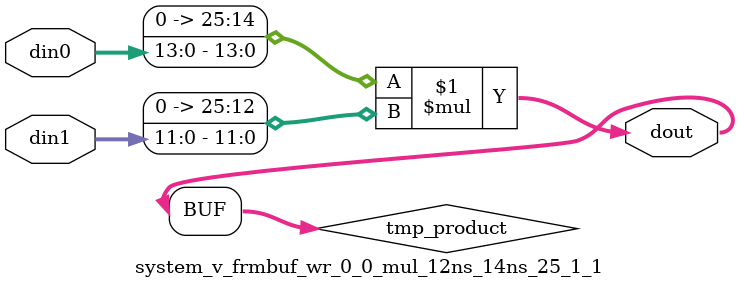
<source format=v>

`timescale 1 ns / 1 ps

  module system_v_frmbuf_wr_0_0_mul_12ns_14ns_25_1_1(din0, din1, dout);
parameter ID = 1;
parameter NUM_STAGE = 0;
parameter din0_WIDTH = 14;
parameter din1_WIDTH = 12;
parameter dout_WIDTH = 26;

input [din0_WIDTH - 1 : 0] din0; 
input [din1_WIDTH - 1 : 0] din1; 
output [dout_WIDTH - 1 : 0] dout;

wire signed [dout_WIDTH - 1 : 0] tmp_product;










assign tmp_product = $signed({1'b0, din0}) * $signed({1'b0, din1});











assign dout = tmp_product;







endmodule

</source>
